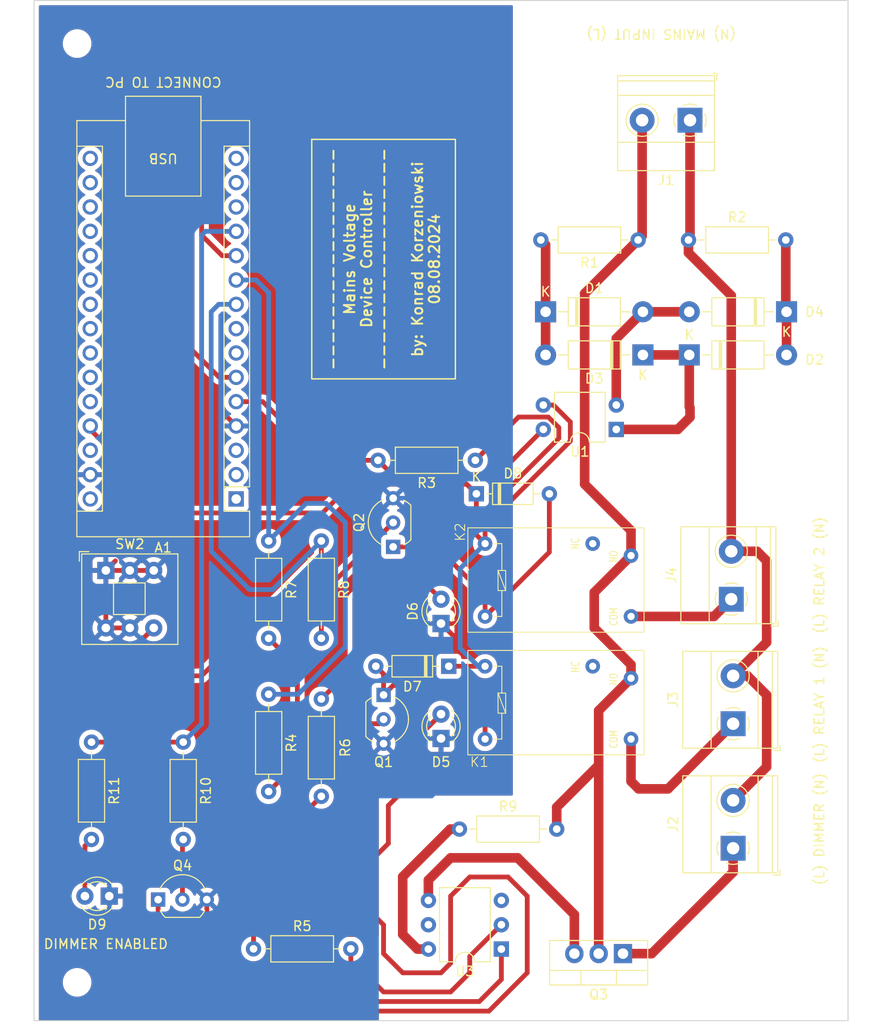
<source format=kicad_pcb>
(kicad_pcb (version 20240108) (generator "pcbnew") (generator_version "8.0")
  (layers (0 "F.Cu" signal) (31 "B.Cu" signal) (34 "B.Paste" user) (35 "F.Paste" user) (36 "B.SilkS" user "B.Silkscreen") (37 "F.SilkS" user "F.Silkscreen") (38 "B.Mask" user) (39 "F.Mask" user) (44 "Edge.Cuts" user))
  (net 0 "")
  (net 1 "RELAY_1")
  (net 7 "DIMM_TRIAC")
  (net 11 "ZCD")
  (net 18 "RELAY_2")
  (net 20 "GND")
  (net 21 "unconnected-(A1-D3-Pad6)")
  (net 23 "DIMMER_EN")
  (net 25 "+5V")
  (net 30 "Net-(D1-K)")
  (net 31 "Net-(D1-A)")
  (net 32 "Net-(D2-K)")
  (net 33 "Net-(D3-K)")
  (net 34 "Net-(D5-A)")
  (net 35 "Net-(D6-A)")
  (net 36 "Net-(D7-A)")
  (net 37 "Net-(D8-A)")
  (net 38 "Net-(D9-A)")
  (net 39 "L1")
  (net 40 "NEUTRAL")
  (net 41 "Net-(J2-Pin_1)")
  (net 42 "Net-(J3-Pin_1)")
  (net 43 "Net-(J4-Pin_1)")
  (net 46 "Net-(Q1-B)")
  (net 47 "Net-(Q2-B)")
  (net 48 "Net-(Q3-G)")
  (net 49 "Net-(Q4-C)")
  (net 50 "Net-(Q4-B)")
  (net 51 "Net-(R5-Pad2)")
  (net 52 "Net-(R9-Pad1)")
  (footprint "Diode_THT:D_DO-41_SOD81_P10.16mm_Horizontal" (layer "F.Cu") (at 237.08 78.5 180)
    (property "Reference" "D3" (at 5.08 -2.47 0) (layer "F.SilkS"))
    (property "Value" "1N4007")
    (fp_text user "K" (at 0 -2.1 0) (layer "F.SilkS"))
    (pad "1" thru_hole rect (at 0 0 180) (size 2.2 2.2) (drill 1.1) (layers "*.Cu" "*.Mask") (net 33 "Net-(D3-K)"))
    (pad "2" thru_hole oval (at 10.16 0 180) (size 2.2 2.2) (drill 1.1) (layers "*.Cu" "*.Mask") (net 30 "Net-(D1-K)"))
  )
  (footprint "Resistor_THT:R_Axial_DIN0207_L6.3mm_D2.5mm_P10.16mm_Horizontal" (layer "F.Cu") (at 189.08 118.92 -90)
    (property "Reference" "R10" (at 5.08 -2.37 90) (layer "F.SilkS"))
    (property "Value" "2.2k")
    (pad "1" thru_hole circle (at 0 0 270) (size 1.6 1.6) (drill 0.8) (layers "*.Cu" "*.Mask") (net 23 "DIMMER_EN"))
    (pad "2" thru_hole oval (at 10.16 0 270) (size 1.6 1.6) (drill 0.8) (layers "*.Cu" "*.Mask") (net 50 "Net-(Q4-B)"))
  )
  (footprint "TerminalBlock_Phoenix:TerminalBlock_Phoenix_MKDS-1,5-2_1x02_P5.00mm_Horizontal" (layer "F.Cu") (at 246.5 117 90)
    (property "Reference" "J3" (at 2.5 -6.26 90) (layer "F.SilkS"))
    (property "Value" "Screw_Terminal_01x02")
    (pad "1" thru_hole rect (at 0 0 90) (size 2.6 2.6) (drill 1.3) (layers "*.Cu" "*.Mask") (net 42 "Net-(J3-Pin_1)"))
    (pad "2" thru_hole circle (at 5 0 90) (size 2.6 2.6) (drill 1.3) (layers "*.Cu" "*.Mask") (net 40 "NEUTRAL"))
  )
  (footprint "Diode_THT:D_DO-41_SOD81_P10.16mm_Horizontal" (layer "F.Cu") (at 226.92 74)
    (property "Reference" "D1" (at 5.08 -2.47 0) (layer "F.SilkS"))
    (property "Value" "1N4007")
    (fp_text user "K" (at 0 -2.1 0) (layer "F.SilkS"))
    (pad "1" thru_hole rect (at 0 0) (size 2.2 2.2) (drill 1.1) (layers "*.Cu" "*.Mask") (net 30 "Net-(D1-K)"))
    (pad "2" thru_hole oval (at 10.16 0) (size 2.2 2.2) (drill 1.1) (layers "*.Cu" "*.Mask") (net 31 "Net-(D1-A)"))
  )
  (footprint "Resistor_THT:R_Axial_DIN0207_L6.3mm_D2.5mm_P10.16mm_Horizontal" (layer "F.Cu") (at 196.42 140.5)
    (property "Reference" "R5" (at 5.08 -2.37 0) (layer "F.SilkS"))
    (property "Value" "220")
    (pad "1" thru_hole circle (at 0 0) (size 1.6 1.6) (drill 0.8) (layers "*.Cu" "*.Mask") (net 7 "DIMM_TRIAC"))
    (pad "2" thru_hole oval (at 10.16 0) (size 1.6 1.6) (drill 0.8) (layers "*.Cu" "*.Mask") (net 51 "Net-(R5-Pad2)"))
  )
  (footprint "Resistor_THT:R_Axial_DIN0207_L6.3mm_D2.5mm_P10.16mm_Horizontal" (layer "F.Cu") (at 236.58 66.5 180)
    (property "Reference" "R1" (at 5.08 -2.37 0) (layer "F.SilkS"))
    (property "Value" "47k")
    (pad "1" thru_hole circle (at 0 0 180) (size 1.6 1.6) (drill 0.8) (layers "*.Cu" "*.Mask") (net 39 "L1"))
    (pad "2" thru_hole oval (at 10.16 0 180) (size 1.6 1.6) (drill 0.8) (layers "*.Cu" "*.Mask") (net 30 "Net-(D1-K)"))
  )
  (footprint "Package_TO_SOT_THT:TO-92_Inline_Wide" (layer "F.Cu") (at 210 114 -90)
    (property "Reference" "Q1" (at 7 0 180) (layer "F.SilkS"))
    (property "Value" "BC546")
    (pad "1" thru_hole rect (at 0 0 270) (size 1.5 1.5) (drill 0.8) (layers "*.Cu" "*.Mask") (net 36 "Net-(D7-A)"))
    (pad "2" thru_hole circle (at 2.54 0 270) (size 1.5 1.5) (drill 0.8) (layers "*.Cu" "*.Mask") (net 46 "Net-(Q1-B)"))
    (pad "3" thru_hole circle (at 5.08 0 270) (size 1.5 1.5) (drill 0.8) (layers "*.Cu" "*.Mask") (net 20 "GND"))
  )
  (footprint "Package_TO_SOT_THT:TO-92_Inline_Wide" (layer "F.Cu") (at 211 98.54 90)
    (property "Reference" "Q2" (at 2.54 -3.56 90) (layer "F.SilkS"))
    (property "Value" "BC546")
    (pad "1" thru_hole rect (at 0 0 90) (size 1.5 1.5) (drill 0.8) (layers "*.Cu" "*.Mask") (net 37 "Net-(D8-A)"))
    (pad "2" thru_hole circle (at 2.54 0 90) (size 1.5 1.5) (drill 0.8) (layers "*.Cu" "*.Mask") (net 47 "Net-(Q2-B)"))
    (pad "3" thru_hole circle (at 5.08 0 90) (size 1.5 1.5) (drill 0.8) (layers "*.Cu" "*.Mask") (net 20 "GND"))
  )
  (footprint "Button_Switch_THT:SW_Push_2P2T_Toggle_CK_PVA2xxH1xxxxxxV2" (layer "F.Cu") (at 181 101)
    (property "Reference" "SW2" (at 2.5 -2.75 0) (layer "F.SilkS"))
    (property "Value" "SW_Push_DPDT")
    (pad "1" thru_hole rect (at 0 0) (size 1.8 1.8) (drill 0.9) (layers "*.Cu" "*.Mask") (net 20 "GND"))
    (pad "2" thru_hole circle (at 2.5 0) (size 1.8 1.8) (drill 0.9) (layers "*.Cu" "*.Mask") (net 20 "GND"))
    (pad "3" thru_hole circle (at 5 0) (size 1.8 1.8) (drill 0.9) (layers "*.Cu" "*.Mask") (net 20 "GND"))
    (pad "4" thru_hole circle (at 0 6) (size 1.8 1.8) (drill 0.9) (layers "*.Cu" "*.Mask") (net 20 "GND"))
    (pad "5" thru_hole circle (at 2.5 6) (size 1.8 1.8) (drill 0.9) (layers "*.Cu" "*.Mask") (net 20 "GND"))
    (pad "6" thru_hole circle (at 5 6) (size 1.8 1.8) (drill 0.9) (layers "*.Cu" "*.Mask") (net 21 "unconnected-(A1-D3-Pad6)"))
  )
  (footprint "MountingHole:MountingHole_2.5mm" (layer "F.Cu") (at 254 144)
    (property "Reference" "REF**" (hide yes))
    (property "Value" "MountingHole_2.5mm")
    (pad "" np_thru_hole circle (at 0 0) (size 2.5 2.5) (drill 2.5) (layers "F&B.Cu" "*.Mask"))
  )
  (footprint "Package_TO_SOT_THT:TO-220-3_Vertical" (layer "F.Cu") (at 235 141 180)
    (property "Reference" "Q3" (at 2.54 -4.27 0) (layer "F.SilkS"))
    (property "Value" "BT136-600")
    (pad "1" thru_hole rect (at 0 0 180) (size 1.905 2) (drill 1.1) (layers "*.Cu" "*.Mask") (net 41 "Net-(J2-Pin_1)"))
    (pad "2" thru_hole oval (at 2.54 0 180) (size 1.905 2) (drill 1.1) (layers "*.Cu" "*.Mask") (net 39 "L1"))
    (pad "3" thru_hole oval (at 5.08 0 180) (size 1.905 2) (drill 1.1) (layers "*.Cu" "*.Mask") (net 48 "Net-(Q3-G)"))
  )
  (footprint "Resistor_THT:R_Axial_DIN0207_L6.3mm_D2.5mm_P10.16mm_Horizontal" (layer "F.Cu") (at 179.5 118.92 -90)
    (property "Reference" "R11" (at 5.08 -2.37 90) (layer "F.SilkS"))
    (property "Value" "330")
    (pad "1" thru_hole circle (at 0 0 270) (size 1.6 1.6) (drill 0.8) (layers "*.Cu" "*.Mask") (net 23 "DIMMER_EN"))
    (pad "2" thru_hole oval (at 10.16 0 270) (size 1.6 1.6) (drill 0.8) (layers "*.Cu" "*.Mask") (net 38 "Net-(D9-A)"))
  )
  (footprint "Resistor_THT:R_Axial_DIN0207_L6.3mm_D2.5mm_P10.16mm_Horizontal" (layer "F.Cu") (at 219.58 89.5 180)
    (property "Reference" "R3" (at 5.08 -2.37 0) (layer "F.SilkS"))
    (property "Value" "10k")
    (pad "1" thru_hole circle (at 0 0 180) (size 1.6 1.6) (drill 0.8) (layers "*.Cu" "*.Mask") (net 25 "+5V"))
    (pad "2" thru_hole oval (at 10.16 0 180) (size 1.6 1.6) (drill 0.8) (layers "*.Cu" "*.Mask") (net 11 "ZCD"))
  )
  (footprint "Diode_THT:D_DO-35_SOD27_P7.62mm_Horizontal" (layer "F.Cu") (at 216.81 111 180)
    (property "Reference" "D7" (at 3.81 -2.12 0) (layer "F.SilkS"))
    (property "Value" "1N4148")
    (pad "1" thru_hole rect (at 0 0 180) (size 1.6 1.6) (drill 0.8) (layers "*.Cu" "*.Mask") (net 25 "+5V"))
    (pad "2" thru_hole oval (at 7.62 0 180) (size 1.6 1.6) (drill 0.8) (layers "*.Cu" "*.Mask") (net 36 "Net-(D7-A)"))
  )
  (footprint "Resistor_THT:R_Axial_DIN0207_L6.3mm_D2.5mm_P10.16mm_Horizontal" (layer "F.Cu") (at 203.5 124.58 90)
    (property "Reference" "R6" (at 5.08 2.5 90) (layer "F.SilkS"))
    (property "Value" "330")
    (pad "1" thru_hole circle (at 0 0 90) (size 1.6 1.6) (drill 0.8) (layers "*.Cu" "*.Mask") (net 18 "RELAY_2"))
    (pad "2" thru_hole oval (at 10.16 0 90) (size 1.6 1.6) (drill 0.8) (layers "*.Cu" "*.Mask") (net 35 "Net-(D6-A)"))
  )
  (footprint "My_Footprints:HF32FA_Type1_FormC" (layer "F.Cu") (at 219.2 119.85 90)
    (property "Reference" "K1" (hide yes))
    (property "Value" "HF32FA")
    (fp_text user "COM" (at 2.25 15.3 90) (layer "F.SilkS") (effects (font (size 0.8 0.6) (thickness 0.1)) (justify right bottom)))
    (fp_text user "NC" (at 9.45 11.3 90) (layer "F.SilkS") (effects (font (size 0.8 0.6) (thickness 0.1)) (justify right bottom)))
    (fp_text user "NO" (at 8.2 15.3 90) (layer "F.SilkS") (effects (font (size 0.8 0.6) (thickness 0.1)) (justify right bottom)))
    (pad "1" thru_hole circle (at 1.25 1.4 90) (size 1.524 1.524) (drill 0.762) (layers "*.Cu" "*.Mask") (net 36 "Net-(D7-A)"))
    (pad "2" thru_hole circle (at 8.85 1.4 90) (size 1.524 1.524) (drill 0.762) (layers "*.Cu" "*.Mask") (net 25 "+5V"))
    (pad "3" thru_hole circle (at 1.25 16.64 90) (size 1.524 1.524) (drill 0.762) (layers "*.Cu" "*.Mask") (net 42 "Net-(J3-Pin_1)"))
    (pad "4" thru_hole circle (at 8.85 12.64 90) (size 1.524 1.524) (drill 0.762) (layers "*.Cu" "*.Mask"))
    (pad "5" thru_hole circle (at 7.6 16.64 90) (size 1.524 1.524) (drill 0.762) (layers "*.Cu" "*.Mask") (net 39 "L1"))
  )
  (footprint "TerminalBlock_Phoenix:TerminalBlock_Phoenix_MKDS-1,5-2_1x02_P5.00mm_Horizontal" (layer "F.Cu") (at 246.305 104 90)
    (property "Reference" "J4" (at 2.5 -6.26 90) (layer "F.SilkS"))
    (property "Value" "Screw_Terminal_01x02")
    (pad "1" thru_hole rect (at 0 0 90) (size 2.6 2.6) (drill 1.3) (layers "*.Cu" "*.Mask") (net 43 "Net-(J4-Pin_1)"))
    (pad "2" thru_hole circle (at 5 0 90) (size 2.6 2.6) (drill 1.3) (layers "*.Cu" "*.Mask") (net 40 "NEUTRAL"))
  )
  (footprint "TerminalBlock_Phoenix:TerminalBlock_Phoenix_MKDS-1,5-2_1x02_P5.00mm_Horizontal" (layer "F.Cu") (at 242 54 180)
    (property "Reference" "J1" (at 2.5 -6.26 0) (layer "F.SilkS"))
    (property "Value" "Screw_Terminal_01x02")
    (pad "1" thru_hole rect (at 0 0 180) (size 2.6 2.6) (drill 1.3) (layers "*.Cu" "*.Mask") (net 40 "NEUTRAL"))
    (pad "2" thru_hole circle (at 5 0 180) (size 2.6 2.6) (drill 1.3) (layers "*.Cu" "*.Mask") (net 39 "L1"))
  )
  (footprint "Diode_THT:D_DO-41_SOD81_P10.16mm_Horizontal" (layer "F.Cu") (at 241.92 78.5)
    (property "Reference" "D4" (at 13.08 -4.5 0) (layer "F.SilkS"))
    (property "Value" "1N4007")
    (fp_text user "K" (at 0 -2.1 0) (layer "F.SilkS"))
    (pad "1" thru_hole rect (at 0 0) (size 2.2 2.2) (drill 1.1) (layers "*.Cu" "*.Mask") (net 33 "Net-(D3-K)"))
    (pad "2" thru_hole oval (at 10.16 0) (size 2.2 2.2) (drill 1.1) (layers "*.Cu" "*.Mask") (net 32 "Net-(D2-K)"))
  )
  (footprint "MountingHole:MountingHole_2.5mm" (layer "F.Cu") (at 178 144)
    (property "Reference" "REF**" (hide yes))
    (property "Value" "MountingHole_2.5mm")
    (pad "" np_thru_hole circle (at 0 0) (size 2.5 2.5) (drill 2.5) (layers "F&B.Cu" "*.Mask"))
  )
  (footprint "MountingHole:MountingHole_2.5mm" (layer "F.Cu") (at 254 46)
    (property "Reference" "REF**" (hide yes))
    (property "Value" "MountingHole_2.5mm")
    (pad "" np_thru_hole circle (at 0 0) (size 2.5 2.5) (drill 2.5) (layers "F&B.Cu" "*.Mask"))
  )
  (footprint "Resistor_THT:R_Axial_DIN0207_L6.3mm_D2.5mm_P10.16mm_Horizontal" (layer "F.Cu") (at 241.84 66.5)
    (property "Reference" "R2" (at 5.08 -2.37 0) (layer "F.SilkS"))
    (property "Value" "47k")
    (pad "1" thru_hole circle (at 0 0) (size 1.6 1.6) (drill 0.8) (layers "*.Cu" "*.Mask") (net 40 "NEUTRAL"))
    (pad "2" thru_hole oval (at 10.16 0) (size 1.6 1.6) (drill 0.8) (layers "*.Cu" "*.Mask") (net 32 "Net-(D2-K)"))
  )
  (footprint "Resistor_THT:R_Axial_DIN0207_L6.3mm_D2.5mm_P10.16mm_Horizontal" (layer "F.Cu") (at 198 97.92 -90)
    (property "Reference" "R7" (at 5.08 -2.37 90) (layer "F.SilkS"))
    (property "Value" "2.2k")
    (pad "1" thru_hole circle (at 0 0 270) (size 1.6 1.6) (drill 0.8) (layers "*.Cu" "*.Mask") (net 1 "RELAY_1"))
    (pad "2" thru_hole oval (at 10.16 0 270) (size 1.6 1.6) (drill 0.8) (layers "*.Cu" "*.Mask") (net 46 "Net-(Q1-B)"))
  )
  (footprint "LED_THT:LED_D3.0mm" (layer "F.Cu") (at 216 106.54 90)
    (property "Reference" "D6" (at 1.27 -2.96 90) (layer "F.SilkS"))
    (property "Value" "LED")
    (pad "1" thru_hole rect (at 0 0 90) (size 1.8 1.8) (drill 0.9) (layers "*.Cu" "*.Mask") (net 20 "GND"))
    (pad "2" thru_hole circle (at 2.54 0 90) (size 1.8 1.8) (drill 0.9) (layers "*.Cu" "*.Mask") (net 35 "Net-(D6-A)"))
  )
  (footprint "TerminalBlock_Phoenix:TerminalBlock_Phoenix_MKDS-1,5-2_1x02_P5.00mm_Horizontal" (layer "F.Cu") (at 246.5 130 90)
    (property "Reference" "J2" (at 2.5 -6.26 90) (layer "F.SilkS"))
    (property "Value" "Screw_Terminal_01x02")
    (pad "1" thru_hole rect (at 0 0 90) (size 2.6 2.6) (drill 1.3) (layers "*.Cu" "*.Mask") (net 41 "Net-(J2-Pin_1)"))
    (pad "2" thru_hole circle (at 5 0 90) (size 2.6 2.6) (drill 1.3) (layers "*.Cu" "*.Mask") (net 40 "NEUTRAL"))
  )
  (footprint "Diode_THT:D_DO-41_SOD81_P10.16mm_Horizontal" (layer "F.Cu") (at 252.08 74 180)
    (property "Reference" "D2" (at -2.92 -5 0) (layer "F.SilkS"))
    (property "Value" "1N4007")
    (fp_text user "K" (at 0 -2.1 0) (layer "F.SilkS"))
    (pad "1" thru_hole rect (at 0 0 180) (size 2.2 2.2) (drill 1.1) (layers "*.Cu" "*.Mask") (net 32 "Net-(D2-K)"))
    (pad "2" thru_hole oval (at 10.16 0 180) (size 2.2 2.2) (drill 1.1) (layers "*.Cu" "*.Mask") (net 31 "Net-(D1-A)"))
  )
  (footprint "My_Footprints:HF32FA_Type1_FormC" (layer "F.Cu") (at 219.2 107.05 90)
    (property "Reference" "K2" (at 10.05 -1.2 90) (layer "F.SilkS") (effects (font (thickness 0.1))))
    (property "Value" "HF32FA")
    (fp_text user "COM" (at 2.25 15.3 90) (layer "F.SilkS") (effects (font (size 0.8 0.6) (thickness 0.1)) (justify right bottom)))
    (fp_text user "NC" (at 9.55 11.3 90) (layer "F.SilkS") (effects (font (size 0.8 0.6) (thickness 0.1)) (justify right bottom)))
    (fp_text user "NO" (at 8.2 15.3 90) (layer "F.SilkS") (effects (font (size 0.8 0.6) (thickness 0.1)) (justify right bottom)))
    (pad "1" thru_hole circle (at 1.25 1.4 90) (size 1.524 1.524) (drill 0.762) (layers "*.Cu" "*.Mask") (net 37 "Net-(D8-A)"))
    (pad "2" thru_hole circle (at 8.85 1.4 90) (size 1.524 1.524) (drill 0.762) (layers "*.Cu" "*.Mask") (net 25 "+5V"))
    (pad "3" thru_hole circle (at 1.25 16.64 90) (size 1.524 1.524) (drill 0.762) (layers "*.Cu" "*.Mask") (net 43 "Net-(J4-Pin_1)"))
    (pad "4" thru_hole circle (at 8.85 12.64 90) (size 1.524 1.524) (drill 0.762) (layers "*.Cu" "*.Mask"))
    (pad "5" thru_hole circle (at 7.6 16.64 90) (size 1.524 1.524) (drill 0.762) (layers "*.Cu" "*.Mask") (net 39 "L1"))
  )
  (footprint "Package_TO_SOT_THT:TO-92_Inline_Wide" (layer "F.Cu") (at 186.46 135.36)
    (property "Reference" "Q4" (at 2.54 -3.56 0) (layer "F.SilkS"))
    (property "Value" "BC546")
    (pad "1" thru_hole rect (at 0 0) (size 1.5 1.5) (drill 0.8) (layers "*.Cu" "*.Mask") (net 49 "Net-(Q4-C)"))
    (pad "2" thru_hole circle (at 2.54 0) (size 1.5 1.5) (drill 0.8) (layers "*.Cu" "*.Mask") (net 50 "Net-(Q4-B)"))
    (pad "3" thru_hole circle (at 5.08 0) (size 1.5 1.5) (drill 0.8) (layers "*.Cu" "*.Mask") (net 20 "GND"))
  )
  (footprint "LED_THT:LED_D3.0mm" (layer "F.Cu") (at 181.355 135 180)
    (property "Reference" "D9" (at 1.27 -2.96 0) (layer "F.SilkS"))
    (property "Value" "LED")
    (pad "1" thru_hole rect (at 0 0 180) (size 1.8 1.8) (drill 0.9) (layers "*.Cu" "*.Mask") (net 20 "GND"))
    (pad "2" thru_hole circle (at 2.54 0 180) (size 1.8 1.8) (drill 0.9) (layers "*.Cu" "*.Mask") (net 38 "Net-(D9-A)"))
  )
  (footprint "MountingHole:MountingHole_2.5mm" (layer "F.Cu") (at 178 46)
    (property "Reference" "REF**" (hide yes))
    (property "Value" "MountingHole_2.5mm")
    (pad "" np_thru_hole circle (at 0 0) (size 2.5 2.5) (drill 2.5) (layers "*.Cu" "*.Mask"))
  )
  (footprint "Resistor_THT:R_Axial_DIN0207_L6.3mm_D2.5mm_P10.16mm_Horizontal" (layer "F.Cu") (at 203.5 97.92 -90)
    (property "Reference" "R8" (at 5.08 -2.37 90) (layer "F.SilkS"))
    (property "Value" "2.2k")
    (pad "1" thru_hole circle (at 0 0 270) (size 1.6 1.6) (drill 0.8) (layers "*.Cu" "*.Mask") (net 18 "RELAY_2"))
    (pad "2" thru_hole oval (at 10.16 0 270) (size 1.6 1.6) (drill 0.8) (layers "*.Cu" "*.Mask") (net 47 "Net-(Q2-B)"))
  )
  (footprint "Package_DIP:DIP-6_W7.62mm" (layer "F.Cu") (at 222.3 140.525 180)
    (property "Reference" "U3" (at 3.81 -2.33 0) (layer "F.SilkS"))
    (property "Value" "MOC3021M")
    (pad "1" thru_hole rect (at 0 0 180) (size 1.6 1.6) (drill 0.8) (layers "*.Cu" "*.Mask") (net 51 "Net-(R5-Pad2)"))
    (pad "2" thru_hole oval (at 0 2.54 180) (size 1.6 1.6) (drill 0.8) (layers "*.Cu" "*.Mask") (net 49 "Net-(Q4-C)"))
    (pad "3" thru_hole oval (at 0 5.08 180) (size 1.6 1.6) (drill 0.8) (layers "*.Cu" "*.Mask"))
    (pad "4" thru_hole oval (at 7.62 5.08 180) (size 1.6 1.6) (drill 0.8) (layers "*.Cu" "*.Mask") (net 48 "Net-(Q3-G)"))
    (pad "5" thru_hole oval (at 7.62 2.54 180) (size 1.6 1.6) (drill 0.8) (layers "*.Cu" "*.Mask"))
    (pad "6" thru_hole oval (at 7.62 0 180) (size 1.6 1.6) (drill 0.8) (layers "*.Cu" "*.Mask") (net 52 "Net-(R9-Pad1)"))
  )
  (footprint "Diode_THT:D_DO-35_SOD27_P7.62mm_Horizontal" (layer "F.Cu") (at 219.69 93)
    (property "Reference" "D8" (at 3.81 -2.12 0) (layer "F.SilkS"))
    (property "Value" "1N4148")
    (fp_text user "K" (at 0 -1.8 0) (layer "F.SilkS"))
    (pad "1" thru_hole rect (at 0 0) (size 1.6 1.6) (drill 0.8) (layers "*.Cu" "*.Mask") (net 25 "+5V"))
    (pad "2" thru_hole oval (at 7.62 0) (size 1.6 1.6) (drill 0.8) (layers "*.Cu" "*.Mask") (net 37 "Net-(D8-A)"))
  )
  (footprint "Module:Arduino_Nano" (layer "F.Cu") (at 194.61 93.54 180)
    (property "Reference" "A1" (at 7.62 -5.08 0) (layer "F.SilkS"))
    (property "Value" "Arduino_Nano_v3.x")
    (fp_text user "USB" (at 7.62 35.56 180) (layer "F.SilkS"))
    (pad "1" thru_hole rect (at 0 0 180) (size 1.6 1.6) (drill 1) (layers "*.Cu" "*.Mask"))
    (pad "2" thru_hole oval (at 0 2.54 180) (size 1.6 1.6) (drill 1) (layers "*.Cu" "*.Mask"))
    (pad "3" thru_hole oval (at 0 5.08 180) (size 1.6 1.6) (drill 1) (layers "*.Cu" "*.Mask"))
    (pad "4" thru_hole oval (at 0 7.62 180) (size 1.6 1.6) (drill 1) (layers "*.Cu" "*.Mask") (net 20 "GND"))
    (pad "5" thru_hole oval (at 0 10.16 180) (size 1.6 1.6) (drill 1) (layers "*.Cu" "*.Mask") (net 11 "ZCD"))
    (pad "6" thru_hole oval (at 0 12.7 180) (size 1.6 1.6) (drill 1) (layers "*.Cu" "*.Mask") (net 21 "unconnected-(A1-D3-Pad6)"))
    (pad "7" thru_hole oval (at 0 15.24 180) (size 1.6 1.6) (drill 1) (layers "*.Cu" "*.Mask"))
    (pad "8" thru_hole oval (at 0 17.78 180) (size 1.6 1.6) (drill 1) (layers "*.Cu" "*.Mask"))
    (pad "9" thru_hole oval (at 0 20.32 180) (size 1.6 1.6) (drill 1) (layers "*.Cu" "*.Mask") (net 18 "RELAY_2"))
    (pad "10" thru_hole oval (at 0 22.86 180) (size 1.6 1.6) (drill 1) (layers "*.Cu" "*.Mask") (net 1 "RELAY_1"))
    (pad "11" thru_hole oval (at 0 25.4 180) (size 1.6 1.6) (drill 1) (layers "*.Cu" "*.Mask") (net 7 "DIMM_TRIAC"))
    (pad "12" thru_hole oval (at 0 27.94 180) (size 1.6 1.6) (drill 1) (layers "*.Cu" "*.Mask") (net 23 "DIMMER_EN"))
    (pad "13" thru_hole oval (at 0 30.48 180) (size 1.6 1.6) (drill 1) (layers "*.Cu" "*.Mask"))
    (pad "14" thru_hole oval (at 0 33.02 180) (size 1.6 1.6) (drill 1) (layers "*.Cu" "*.Mask"))
    (pad "15" thru_hole oval (at 0 35.56 180) (size 1.6 1.6) (drill 1) (layers "*.Cu" "*.Mask"))
    (pad "16" thru_hole oval (at 15.24 35.56 180) (size 1.6 1.6) (drill 1) (layers "*.Cu" "*.Mask"))
    (pad "17" thru_hole oval (at 15.24 33.02 180) (size 1.6 1.6) (drill 1) (layers "*.Cu" "*.Mask"))
    (pad "18" thru_hole oval (at 15.24 30.48 180) (size 1.6 1.6) (drill 1) (layers "*.Cu" "*.Mask"))
    (pad "19" thru_hole oval (at 15.24 27.94 180) (size 1.6 1.6) (drill 1) (layers "*.Cu" "*.Mask"))
    (pad "20" thru_hole oval (at 15.24 25.4 180) (size 1.6 1.6) (drill 1) (layers "*.Cu" "*.Mask"))
    (pad "21" thru_hole oval (at 15.24 22.86 180) (size 1.6 1.6) (drill 1) (layers "*.Cu" "*.Mask"))
    (pad "22" thru_hole oval (at 15.24 20.32 180) (size 1.6 1.6) (drill 1) (layers "*.Cu" "*.Mask"))
    (pad "23" thru_hole oval (at 15.24 17.78 180) (size 1.6 1.6) (drill 1) (layers "*.Cu" "*.Mask"))
    (pad "24" thru_hole oval (at 15.24 15.24 180) (size 1.6 1.6) (drill 1) (layers "*.Cu" "*.Mask"))
    (pad "25" thru_hole oval (at 15.24 12.7 180) (size 1.6 1.6) (drill 1) (layers "*.Cu" "*.Mask"))
    (pad "26" thru_hole oval (at 15.24 10.16 180) (size 1.6 1.6) (drill 1) (layers "*.Cu" "*.Mask"))
    (pad "27" thru_hole oval (at 15.24 7.62 180) (size 1.6 1.6) (drill 1) (layers "*.Cu" "*.Mask") (net 25 "+5V"))
    (pad "28" thru_hole oval (at 15.24 5.08 180) (size 1.6 1.6) (drill 1) (layers "*.Cu" "*.Mask"))
    (pad "29" thru_hole oval (at 15.24 2.54 180) (size 1.6 1.6) (drill 1) (layers "*.Cu" "*.Mask") (net 20 "GND"))
    (pad "30" thru_hole oval (at 15.24 0 180) (size 1.6 1.6) (drill 1) (layers "*.Cu" "*.Mask"))
  )
  (footprint "Resistor_THT:R_Axial_DIN0207_L6.3mm_D2.5mm_P10.16mm_Horizontal" (layer "F.Cu") (at 198 113.92 -90)
    (property "Reference" "R4" (at 5.08 -2.37 90) (layer "F.SilkS"))
    (property "Value" "330")
    (pad "1" thru_hole circle (at 0 0 270) (size 1.6 1.6) (drill 0.8) (layers "*.Cu" "*.Mask") (net 1 "RELAY_1"))
    (pad "2" thru_hole oval (at 10.16 0 270) (size 1.6 1.6) (drill 0.8) (layers "*.Cu" "*.Mask") (net 34 "Net-(D5-A)"))
  )
  (footprint "Resistor_THT:R_Axial_DIN0207_L6.3mm_D2.5mm_P10.16mm_Horizontal" (layer "F.Cu") (at 217.92 128)
    (property "Reference" "R9" (at 5.08 -2.37 0) (layer "F.SilkS"))
    (property "Value" "220")
    (pad "1" thru_hole circle (at 0 0) (size 1.6 1.6) (drill 0.8) (layers "*.Cu" "*.Mask") (net 52 "Net-(R9-Pad1)"))
    (pad "2" thru_hole oval (at 10.16 0) (size 1.6 1.6) (drill 0.8) (layers "*.Cu" "*.Mask") (net 39 "L1"))
  )
  (footprint "Package_DIP:DIP-4_W7.62mm" (layer "F.Cu") (at 234.3 86.275 180)
    (property "Reference" "U1" (at 3.81 -2.33 0) (layer "F.SilkS"))
    (property "Value" "PC817")
    (pad "1" thru_hole rect (at 0 0 180) (size 1.6 1.6) (drill 0.8) (layers "*.Cu" "*.Mask") (net 33 "Net-(D3-K)"))
    (pad "2" thru_hole oval (at 0 2.54 180) (size 1.6 1.6) (drill 0.8) (layers "*.Cu" "*.Mask") (net 31 "Net-(D1-A)"))
    (pad "3" thru_hole oval (at 7.62 2.54 180) (size 1.6 1.6) (drill 0.8) (layers "*.Cu" "*.Mask") (net 20 "GND"))
    (pad "4" thru_hole oval (at 7.62 0 180) (size 1.6 1.6) (drill 0.8) (layers "*.Cu" "*.Mask") (net 11 "ZCD"))
  )
  (footprint "LED_THT:LED_D3.0mm" (layer "F.Cu") (at 216 118.54 90)
    (property "Reference" "D5" (at -2.46 0 180) (layer "F.SilkS"))
    (property "Value" "LED")
    (pad "1" thru_hole rect (at 0 0 90) (size 1.8 1.8) (drill 0.9) (layers "*.Cu" "*.Mask") (net 20 "GND"))
    (pad "2" thru_hole circle (at 2.54 0 90) (size 1.8 1.8) (drill 0.9) (layers "*.Cu" "*.Mask") (net 34 "Net-(D5-A)"))
  )
  (gr_rect (start 202.5 56) (end 217.5 81) (stroke (width 0.15)) (fill none) (layer "F.SilkS"))
  (gr_rect (start 173.5 41.5) (end 258.5 148) (stroke (width 0.1)) (fill none) (layer "Edge.Cuts"))
  (gr_text "DIMMER ENABLED" (at 181 140 0) (layer "F.SilkS") (effects (font (size 1 1))))
  (gr_text "CONNECT TO PC" (at 187 50 180) (layer "F.SilkS") (effects (font (size 1 1))))
  (gr_text "-----------------\nMains Voltage\nDevice Controller\n-----------------\n\nby: Konrad Korzeniowski\n08.08.2024" (at 210 68.5 90) (layer "F.SilkS") (effects (font (size 1.1 1.1) (thickness 0.2) (bold yes))))
  (gr_text "K1" (at 220 121 0) (layer "F.SilkS") (effects (font (size 1 1) (thickness 0.1))))
  (gr_text "(N) MAINS INPUT (L)" (at 239 45 180) (layer "F.SilkS") (effects (font (size 1 1))))
  (gr_text "(L) RELAY 2 (N)" (at 255.5 101.5 90) (layer "F.SilkS") (effects (font (size 1 1))))
  (gr_text "(L) RELAY 1 (N)" (at 255.5 115 90) (layer "F.SilkS") (effects (font (size 1 1))))
  (gr_text "(L) DIMMER (N)" (at 255.5 128 90) (layer "F.SilkS") (effects (font (size 1 1))))
  (segment (start 201.08 113.92) (end 206 109) (width 0.5) (layer "B.Cu") (net 1))
  (segment (start 196.68 70.68) (end 194.24 70.68) (width 0.5) (layer "B.Cu") (net 1))
  (segment (start 198 97.92) (end 198 72) (width 0.5) (layer "B.Cu") (net 1))
  (segment (start 206 109) (end 206 96) (width 0.5) (layer "B.Cu") (net 1))
  (segment (start 201.92 94) (end 198 97.92) (width 0.5) (layer "B.Cu") (net 1))
  (segment (start 204 94) (end 201.92 94) (width 0.5) (layer "B.Cu") (net 1))
  (segment (start 206 96) (end 204 94) (width 0.5) (layer "B.Cu") (net 1))
  (segment (start 198 113.92) (end 201.08 113.92) (width 0.5) (layer "B.Cu") (net 1))
  (segment (start 198 72) (end 196.68 70.68) (width 0.5) (layer "B.Cu") (net 1))
  (segment (start 191 126) (end 196.42 131.42) (width 0.5) (layer "F.Cu") (net 7))
  (segment (start 175 51.5) (end 175 123) (width 0.5) (layer "F.Cu") (net 7))
  (segment (start 196.42 131.42) (end 196.42 140.5) (width 0.5) (layer "F.Cu") (net 7))
  (segment (start 193.14 68.14) (end 191 66) (width 0.5) (layer "F.Cu") (net 7))
  (segment (start 175 123) (end 178 126) (width 0.5) (layer "F.Cu") (net 7))
  (segment (start 176.5 50) (end 175 51.5) (width 0.5) (layer "F.Cu") (net 7))
  (segment (start 178 126) (end 191 126) (width 0.5) (layer "F.Cu") (net 7))
  (segment (start 191 66) (end 191 53) (width 0.5) (layer "F.Cu") (net 7))
  (segment (start 188 50) (end 176.5 50) (width 0.5) (layer "F.Cu") (net 7))
  (segment (start 193.14 68.14) (end 194.61 68.14) (width 0.5) (layer "F.Cu") (net 7))
  (segment (start 191 53) (end 188 50) (width 0.5) (layer "F.Cu") (net 7))
  (segment (start 210.92 91) (end 209.42 89.5) (width 0.5) (layer "F.Cu") (net 11))
  (segment (start 209.42 89.5) (end 203.5 89.5) (width 0.5) (layer "F.Cu") (net 11))
  (segment (start 197.38 83.38) (end 194.61 83.38) (width 0.5) (layer "F.Cu") (net 11))
  (segment (start 203.5 89.5) (end 197.38 83.38) (width 0.5) (layer "F.Cu") (net 11))
  (segment (start 226.68 86.275) (end 221.955 91) (width 0.5) (layer "F.Cu") (net 11))
  (segment (start 221.955 91) (end 210.92 91) (width 0.5) (layer "F.Cu") (net 11))
  (segment (start 202.08 126) (end 196 126) (width 0.5) (layer "F.Cu") (net 18))
  (segment (start 180.847767 123.847767) (end 177 120) (width 0.5) (layer "F.Cu") (net 18))
  (segment (start 191 112) (end 203.5 99.5) (width 0.5) (layer "F.Cu") (net 18))
  (segment (start 203.5 124.58) (end 202.08 126) (width 0.5) (layer "F.Cu") (net 18))
  (segment (start 196 126) (end 193.847767 123.847767) (width 0.5) (layer "F.Cu") (net 18))
  (segment (start 203.5 99.5) (end 203.5 97.92) (width 0.5) (layer "F.Cu") (net 18))
  (segment (start 177 114) (end 179 112) (width 0.5) (layer "F.Cu") (net 18))
  (segment (start 177 120) (end 177 114) (width 0.5) (layer "F.Cu") (net 18))
  (segment (start 179 112) (end 191 112) (width 0.5) (layer "F.Cu") (net 18))
  (segment (start 193.847767 123.847767) (end 180.847767 123.847767) (width 0.5) (layer "F.Cu") (net 18))
  (segment (start 198.42 103) (end 196 103) (width 0.5) (layer "B.Cu") (net 18))
  (segment (start 196 103) (end 192 99) (width 0.5) (layer "B.Cu") (net 18))
  (segment (start 192.78 73.22) (end 194.24 73.22) (width 0.5) (layer "B.Cu") (net 18))
  (segment (start 192 74) (end 192.78 73.22) (width 0.5) (layer "B.Cu") (net 18))
  (segment (start 192 99) (end 192 74) (width 0.5) (layer "B.Cu") (net 18))
  (segment (start 203.5 97.92) (end 198.42 103) (width 0.5) (layer "B.Cu") (net 18))
  (segment (start 214.46 93.46) (end 211 93.46) (width 0.5) (layer "F.Cu") (net 20))
  (segment (start 217.46 108) (end 221 108) (width 0.5) (layer "F.Cu") (net 20))
  (segment (start 188 79.31) (end 188 56) (width 0.5) (layer "F.Cu") (net 20))
  (segment (start 214 114) (end 217 114) (width 0.5) (layer "F.Cu") (net 20))
  (segment (start 225 135) (end 225 143) (width 0.5) (layer "F.Cu") (net 20))
  (segment (start 177 56) (end 177 90) (width 0.5) (layer "F.Cu") (net 20))
  (segment (start 213 116.08) (end 213 115) (width 0.5) (layer "F.Cu") (net 20))
  (segment (start 212 143) (end 216 143) (width 0.5) (layer "F.Cu") (net 20))
  (segment (start 217 96) (end 214.46 93.46) (width 0.5) (layer "F.Cu") (net 20))
  (segment (start 222 100) (end 219 100) (width 0.5) (layer "F.Cu") (net 20))
  (segment (start 207 133) (end 207 135) (width 0.5) (layer "F.Cu") (net 20))
  (segment (start 213 115) (end 214 114) (width 0.5) (layer "F.Cu") (net 20))
  (segment (start 219 133) (end 223 133) (width 0.5) (layer "F.Cu") (net 20))
  (segment (start 217.46 118.54) (end 216 118.54) (width 0.5) (layer "F.Cu") (net 20))
  (segment (start 179 54) (end 177 56) (width 0.5) (layer "F.Cu") (net 20))
  (segment (start 217 135) (end 219 133) (width 0.5) (layer "F.Cu") (net 20))
  (segment (start 223 133) (end 225 135) (width 0.5) (layer "F.Cu") (net 20))
  (segment (start 229.5 85.5) (end 229.5 87.5) (width 0.5) (layer "F.Cu") (net 20))
  (segment (start 229.5 87.5) (end 223 94) (width 0.5) (layer "F.Cu") (net 20))
  (segment (start 211.5 124.5) (end 216 120) (width 0.5) (layer "F.Cu") (net 20))
  (segment (start 221 147) (end 187.355 147) (width 0.5) (layer "F.Cu") (net 20))
  (segment (start 223 110) (end 223 119) (width 0.5) (layer "F.Cu") (net 20))
  (segment (start 188 56) (end 186 54) (width 0.5) (layer "F.Cu") (net 20))
  (segment (start 192.76 143) (end 197 143) (width 0.5) (layer "F.Cu") (net 20))
  (segment (start 210 141) (end 212 143) (width 0.5) (layer "F.Cu") (net 20))
  (segment (start 207 133) (end 210.5 129.5) (width 0.5) (layer "F.Cu") (net 20))
  (segment (start 207 135) (end 210 138) (width 0.5) (layer "F.Cu") (net 20))
  (segment (start 218 122.5) (end 216 120.5) (width 0.5) (layer "F.Cu") (net 20))
  (segment (start 183.5 107) (end 181 107) (width 0.5) (layer "F.Cu") (net 20))
  (segment (start 227.735 83.735) (end 229.5 85.5) (width 0.5) (layer "F.Cu") (net 20))
  (segment (start 210.5 125.54) (end 211.5 124.54) (width 0.5) (layer "F.Cu") (net 20))
  (segment (start 210 138) (end 210 141) (width 0.5) (layer "F.Cu") (net 20))
  (segment (start 219.5 122.5) (end 218 122.5) (width 0.5) (layer "F.Cu") (net 20))
  (segment (start 181 101) (end 182 100) (width 0.5) (layer "F.Cu") (net 20))
  (segment (start 211.5 124.54) (end 211.5 124.5) (width 0.5) (layer "F.Cu") (net 20))
  (segment (start 225 143) (end 221 147) (width 0.5) (layer "F.Cu") (net 20))
  (segment (start 192.76 143) (end 191.54 141.78) (width 0.5) (layer "F.Cu") (net 20))
  (segment (start 223 94) (end 223 99) (width 0.5) (layer "F.Cu") (net 20))
  (segment (start 216 120) (end 216 118.54) (width 0.5) (layer "F.Cu") (net 20))
  (segment (start 194.61 85.92) (end 188 79.31) (width 0.5) (layer "F.Cu") (net 20))
  (segment (start 210.5 129.5) (end 210.5 125.54) (width 0.5) (layer "F.Cu") (net 20))
  (segment (start 197 143) (end 207 133) (width 0.5) (layer "F.Cu") (net 20))
  (segment (start 217 98) (end 217 96) (width 0.5) (layer "F.Cu") (net 20))
  (segment (start 186 54) (end 179 54) (width 0.5) (layer "F.Cu") (net 20))
  (segment (start 183.5 101) (end 181 101) (width 0.5) (layer "F.Cu") (net 20))
  (segment (start 186 101) (end 183.5 101) (width 0.5) (layer "F.Cu") (net 20))
  (segment (start 217 142) (end 217 135) (width 0.5) (layer "F.Cu") (net 20))
  (segment (start 181.355 141) (end 181.355 135) (width 0.5) (layer "F.Cu") (net 20))
  (segment (start 177 90) (end 178 91) (width 0.5) (layer "F.Cu") (net 20))
  (segment (start 218.5 115.5) (end 218.5 117.5) (width 0.5) (layer "F.Cu") (net 20))
  (segment (start 181 101) (end 181 107) (width 0.5) (layer "F.Cu") (net 20))
  (segment (start 226.68 83.735) (end 227.735 83.735) (width 0.5) (layer "F.Cu") (net 20))
  (segment (start 216 106.54) (end 217.46 108) (width 0.5) (layer "F.Cu") (net 20))
  (segment (start 187.355 147) (end 181.355 141) (width 0.5) (layer "F.Cu") (net 20))
  (segment (start 223 99) (end 222 100) (width 0.5) (layer "F.Cu") (net 20))
  (segment (start 216 143) (end 217 142) (width 0.5) (layer "F.Cu") (net 20))
  (segment (start 210 119.08) (end 213 116.08) (width 0.5) (layer "F.Cu") (net 20))
  (segment (start 219 100) (end 217 98) (width 0.5) (layer "F.Cu") (net 20))
  (segment (start 178 91) (end 179.37 91) (width 0.5) (layer "F.Cu") (net 20))
  (segment (start 221 108) (end 223 110) (width 0.5) (layer "F.Cu") (net 20))
  (segment (start 223 119) (end 219.5 122.5) (width 0.5) (layer "F.Cu") (net 20))
  (segment (start 218.5 117.5) (end 217.46 118.54) (width 0.5) (layer "F.Cu") (net 20))
  (segment (start 217 114) (end 218.5 115.5) (width 0.5) (layer "F.Cu") (net 20))
  (segment (start 191.54 141.78) (end 191.54 135.36) (width 0.5) (layer "F.Cu") (net 20))
  (segment (start 212 104) (end 212 105) (width 0.5) (layer "B.Cu") (net 20))
  (segment (start 212 105) (end 207 110) (width 0.5) (layer "B.Cu") (net 20))
  (segment (start 208 114.96) (end 208 123) (width 0.5) (layer "B.Cu") (net 20))
  (segment (start 213.46 93.46) (end 216 96) (width 0.5) (layer "B.Cu") (net 20))
  (segment (start 211 93.46) (end 213.46 93.46) (width 0.5) (layer "B.Cu") (net 20))
  (segment (start 216 123.54) (end 216 118.54) (width 0.5) (layer "B.Cu") (net 20))
  (segment (start 215 124.54) (end 216 123.54) (width 0.5) (layer "B.Cu") (net 20))
  (segment (start 216 100) (end 212 104) (width 0.5) (layer "B.Cu") (net 20))
  (segment (start 208 123) (end 209.54 124.54) (width 0.5) (layer "B.Cu") (net 20))
  (segment (start 216 96) (end 216 100) (width 0.5) (layer "B.Cu") (net 20))
  (segment (start 209.54 124.54) (end 215 124.54) (width 0.5) (layer "B.Cu") (net 20))
  (segment (start 207 113.96) (end 208 114.96) (width 0.5) (layer "B.Cu") (net 20))
  (segment (start 207 110) (end 207 113.96) (width 0.5) (layer "B.Cu") (net 20))
  (segment (start 183 110) (end 180 110) (width 0.5) (layer "F.Cu") (net 21))
  (segment (start 176 106) (end 176 52) (width 0.5) (layer "F.Cu") (net 21))
  (segment (start 176 52) (end 177 51) (width 0.5) (layer "F.Cu") (net 21))
  (segment (start 186 107) (end 183 110) (width 0.5) (layer "F.Cu") (net 21))
  (segment (start 187 51) (end 190 54) (width 0.5) (layer "F.Cu") (net 21))
  (segment (start 192.84 80.84) (end 194.24 80.84) (width 0.5) (layer "F.Cu") (net 21))
  (segment (start 180 110) (end 176 106) (width 0.5) (layer "F.Cu") (net 21))
  (segment (start 190 78) (end 192.84 80.84) (width 0.5) (layer "F.Cu") (net 21))
  (segment (start 177 51) (end 187 51) (width 0.5) (layer "F.Cu") (net 21))
  (segment (start 190 54) (end 190 78) (width 0.5) (layer "F.Cu") (net 21))
  (segment (start 179.5 118.92) (end 189.08 118.92) (width 0.5) (layer "F.Cu") (net 23))
  (segment (start 191.4 65.6) (end 191 66) (width 0.5) (layer "B.Cu") (net 23))
  (segment (start 191 117) (end 191 66) (width 0.5) (layer "B.Cu") (net 23))
  (segment (start 194.24 65.6) (end 191.4 65.6) (width 0.5) (layer "B.Cu") (net 23))
  (segment (start 189.08 118.92) (end 191 117) (width 0.5) (layer "B.Cu") (net 23))
  (segment (start 179 85.92) (end 188.08 95) (width 0.5) (layer "F.Cu") (net 25))
  (segment (start 203.610051 95) (end 206.610051 92) (width 0.5) (layer "F.Cu") (net 25))
  (segment (start 219.69 97.29) (end 220.6 98.2) (width 0.5) (layer "F.Cu") (net 25))
  (segment (start 220.6 94.9) (end 228.3 87.2) (width 0.5) (layer "F.Cu") (net 25))
  (segment (start 216.81 111) (end 220.6 111) (width 0.5) (layer "F.Cu") (net 25))
  (segment (start 227.197767 84.985) (end 224.095 84.985) (width 0.5) (layer "F.Cu") (net 25))
  (segment (start 220.6 98.2) (end 220.6 94.9) (width 0.5) (layer "F.Cu") (net 25))
  (segment (start 224.095 84.985) (end 219.58 89.5) (width 0.5) (layer "F.Cu") (net 25))
  (segment (start 188.08 95) (end 203.610051 95) (width 0.5) (layer "F.Cu") (net 25))
  (segment (start 228.3 86.087233) (end 227.197767 84.985) (width 0.5) (layer "F.Cu") (net 25))
  (segment (start 206.610051 92) (end 218.69 92) (width 0.5) (layer "F.Cu") (net 25))
  (segment (start 219.69 93) (end 219.69 97.29) (width 0.5) (layer "F.Cu") (net 25))
  (segment (start 228.3 87.2) (end 228.3 86.087233) (width 0.5) (layer "F.Cu") (net 25))
  (segment (start 218.69 92) (end 219.69 93) (width 0.5) (layer "F.Cu") (net 25))
  (segment (start 218 109.12) (end 218 100.8) (width 0.5) (layer "B.Cu") (net 25))
  (segment (start 220.38 111.5) (end 218 109.12) (width 0.5) (layer "B.Cu") (net 25))
  (segment (start 218 100.8) (end 220.6 98.2) (width 0.5) (layer "B.Cu") (net 25))
  (segment (start 226.92 74) (end 226.92 67) (width 1) (layer "F.Cu") (net 30))
  (segment (start 226.92 78.5) (end 226.92 74) (width 1) (layer "F.Cu") (net 30))
  (segment (start 226.92 67) (end 226.42 66.5) (width 0.5) (layer "F.Cu") (net 30))
  (segment (start 234.3 76.78) (end 237.08 74) (width 1) (layer "F.Cu") (net 31))
  (segment (start 234.3 83.735) (end 234.3 76.78) (width 1) (layer "F.Cu") (net 31))
  (segment (start 241.92 74) (end 237.08 74) (width 1) (layer "F.Cu") (net 31))
  (segment (start 252 66.5) (end 252 73.92) (width 1) (layer "F.Cu") (net 32))
  (segment (start 252 73.92) (end 252.08 74) (width 0.5) (layer "F.Cu") (net 32))
  (segment (start 252.08 74) (end 252.08 78.5) (width 1) (layer "F.Cu") (net 32))
  (segment (start 242 85) (end 242 84) (width 1) (layer "F.Cu") (net 33))
  (segment (start 241.92 83.92) (end 241.92 78.5) (width 1) (layer "F.Cu") (net 33))
  (segment (start 240.725 86.275) (end 242 85) (width 1) (layer "F.Cu") (net 33))
  (segment (start 242 84) (end 241.92 83.92) (width 0.5) (layer "F.Cu") (net 33))
  (segment (start 241.92 78.5) (end 237.08 78.5) (width 1) (layer "F.Cu") (net 33))
  (segment (start 234.3 86.275) (end 240.725 86.275) (width 1) (layer "F.Cu") (net 33))
  (segment (start 211 122) (end 212 121) (width 0.5) (layer "F.Cu") (net 34))
  (segment (start 200.08 122) (end 211 122) (width 0.5) (layer "F.Cu") (net 34))
  (segment (start 198 124.08) (end 200.08 122) (width 0.5) (layer "F.Cu") (net 34))
  (segment (start 212 121) (end 212 120) (width 0.5) (layer "F.Cu") (net 34))
  (segment (start 212 120) (end 216 116) (width 0.5) (layer "F.Cu") (net 34))
  (segment (start 203.5 114.42) (end 207 110.92) (width 0.5) (layer "F.Cu") (net 35))
  (segment (start 207 104) (end 208.04 102.96) (width 0.5) (layer "F.Cu") (net 35))
  (segment (start 207 110.92) (end 207 104) (width 0.5) (layer "F.Cu") (net 35))
  (segment (start 208.04 102.96) (end 214.96 102.96) (width 0.5) (layer "F.Cu") (net 35))
  (segment (start 214.96 102.96) (end 216 104) (width 0.5) (layer "F.Cu") (net 35))
  (segment (start 210 111.81) (end 209.19 111) (width 0.5) (layer "F.Cu") (net 36))
  (segment (start 218 113) (end 211 113) (width 0.5) (layer "F.Cu") (net 36))
  (segment (start 220.6 115.6) (end 218 113) (width 0.5) (layer "F.Cu") (net 36))
  (segment (start 220.6 118.6) (end 220.6 115.6) (width 0.5) (layer "F.Cu") (net 36))
  (segment (start 210 114) (end 210 111.81) (width 0.5) (layer "F.Cu") (net 36))
  (segment (start 211 113) (end 210 114) (width 0.5) (layer "F.Cu") (net 36))
  (segment (start 227.31 99.09) (end 220.6 105.8) (width 0.5) (layer "F.Cu") (net 37))
  (segment (start 220.6 105.8) (end 220.6 103.6) (width 0.5) (layer "F.Cu") (net 37))
  (segment (start 215.54 98.54) (end 211 98.54) (width 0.5) (layer "F.Cu") (net 37))
  (segment (start 227.31 93) (end 227.31 99.09) (width 0.5) (layer "F.Cu") (net 37))
  (segment (start 220.6 103.6) (end 215.54 98.54) (width 0.5) (layer "F.Cu") (net 37))
  (segment (start 178.815 135) (end 178.815 129.765) (width 0.5) (layer "F.Cu") (net 38))
  (segment (start 178.815 129.765) (end 179.5 129.08) (width 0.5) (layer "F.Cu") (net 38))
  (segment (start 228.08 125.71) (end 232.46 121.33) (width 1) (layer "F.Cu") (net 39))
  (segment (start 235.84 99.45) (end 232 103.29) (width 1) (layer "F.Cu") (net 39))
  (segment (start 232.46 121.33) (end 232.46 115.63) (width 1) (layer "F.Cu") (net 39))
  (segment (start 231 72.08) (end 236.58 66.5) (width 1) (layer "F.Cu") (net 39))
  (segment (start 235.84 99.45) (end 235.84 96.84) (width 1) (layer "F.Cu") (net 39))
  (segment (start 232 103.29) (end 232 107) (width 1) (layer "F.Cu") (net 39))
  (segment (start 235.84 96.84) (end 231 92) (width 1) (layer "F.Cu") (net 39))
  (segment (start 232.46 115.63) (end 235.84 112.25) (width 1) (layer "F.Cu") (net 39))
  (segment (start 235.84 110.84) (end 235.84 112.25) (width 1) (layer "F.Cu") (net 39))
  (segment (start 231 92) (end 231 72.08) (width 1) (layer "F.Cu") (net 39))
  (segment (start 228.08 128) (end 228.08 125.71) (width 1) (layer "F.Cu") (net 39))
  (segment (start 232 107) (end 235.84 110.84) (width 1) (layer "F.Cu") (net 39))
  (segment (start 237 54) (end 237 66.08) (width 1) (layer "F.Cu") (net 39))
  (segment (start 232.46 141) (end 232.46 121.33) (width 1) (layer "F.Cu") (net 39))
  (segment (start 237 66.08) (end 236.58 66.5) (width 0.5) (layer "F.Cu") (net 39))
  (segment (start 241.84 66.5) (end 242 66.34) (width 1) (layer "F.Cu") (net 40))
  (segment (start 242 66.34) (end 242 54) (width 1) (layer "F.Cu") (net 40))
  (segment (start 241.84 66.5) (end 241.84 67.84) (width 1) (layer "F.Cu") (net 40))
  (segment (start 248 112) (end 246.5 112) (width 1) (layer "F.Cu") (net 40))
  (segment (start 246.5 112) (end 250 108.5) (width 1) (layer "F.Cu") (net 40))
  (segment (start 246.305 99) (end 249 99) (width 1) (layer "F.Cu") (net 40))
  (segment (start 249 99) (end 250 100) (width 1) (layer "F.Cu") (net 40))
  (segment (start 250 108.5) (end 250 100) (width 1) (layer "F.Cu") (net 40))
  (segment (start 246.305 99) (end 246.305 72.305) (width 1) (layer "F.Cu") (net 40))
  (segment (start 241.84 67.84) (end 245.5 71.5) (width 1) (layer "F.Cu") (net 40))
  (segment (start 250 121.5) (end 250 114) (width 1) (layer "F.Cu") (net 40))
  (segment (start 250 114) (end 248 112) (width 1) (layer "F.Cu") (net 40))
  (segment (start 246.5 125) (end 250 121.5) (width 1) (layer "F.Cu") (net 40))
  (segment (start 246.305 72.305) (end 245.5 71.5) (width 1) (layer "F.Cu") (net 40))
  (segment (start 235 141) (end 238 141) (width 1) (layer "F.Cu") (net 41))
  (segment (start 246.5 132.5) (end 246.5 130) (width 1) (layer "F.Cu") (net 41))
  (segment (start 238 141) (end 246.5 132.5) (width 1) (layer "F.Cu") (net 41))
  (segment (start 235.84 123.012944) (end 236.627056 123.8) (width 1) (layer "F.Cu") (net 42))
  (segment (start 236.627056 123.8) (end 239.7 123.8) (width 1) (layer "F.Cu") (net 42))
  (segment (start 235.84 118.6) (end 235.84 123.012944) (width 1) (layer "F.Cu") (net 42))
  (segment (start 247 118) (end 246.5 117.5) (width 0.5) (layer "F.Cu") (net 42))
  (segment (start 239.7 123.8) (end 246.5 117) (width 1) (layer "F.Cu") (net 42))
  (segment (start 235.84 105.8) (end 244.505 105.8) (width 1) (layer "F.Cu") (net 43))
  (segment (start 244.505 105.8) (end 246.305 104) (width 1) (layer "F.Cu") (net 43))
  (segment (start 201 116) (end 202 117) (width 0.5) (layer "F.Cu") (net 46))
  (segment (start 198 108.08) (end 201 111.08) (width 0.5) (layer "F.Cu") (net 46))
  (segment (start 202 117) (end 209.54 117) (width 0.5) (layer "F.Cu") (net 46))
  (segment (start 209.54 117) (end 210 116.54) (width 0.5) (layer "F.Cu") (net 46))
  (segment (start 201 111.08) (end 201 116) (width 0.5) (layer "F.Cu") (net 46))
  (segment (start 203.5 103.5) (end 203.5 108.08) (width 0.5) (layer "F.Cu") (net 47))
  (segment (start 211 96) (end 203.5 103.5) (width 0.5) (layer "F.Cu") (net 47))
  (segment (start 224 131) (end 217 131) (width 1) (layer "F.Cu") (net 48))
  (segment (start 214.68 133.32) (end 214.68 135.445) (width 1) (layer "F.Cu") (net 48))
  (segment (start 229.92 141) (end 229.92 136.92) (width 1) (layer "F.Cu") (net 48))
  (segment (start 217 131) (end 214.68 133.32) (width 1) (layer "F.Cu") (net 48))
  (segment (start 229.92 136.92) (end 224 131) (width 1) (layer "F.Cu") (net 48))
  (segment (start 208 139) (end 209 140) (width 0.5) (layer "F.Cu") (net 49))
  (segment (start 199 145) (end 205 139) (width 0.5) (layer "F.Cu") (net 49))
  (segment (start 219 141.285) (end 222.3 137.985) (width 0.5) (layer "F.Cu") (net 49))
  (segment (start 209 144) (end 210 145) (width 0.5) (layer "F.Cu") (net 49))
  (segment (start 189 145) (end 186.46 142.46) (width 0.5) (layer "F.Cu") (net 49))
  (segment (start 189 145) (end 199 145) (width 0.5) (layer "F.Cu") (net 49))
  (segment (start 217 145) (end 219 143) (width 0.5) (layer "F.Cu") (net 49))
  (segment (start 209 140) (end 209 144) (width 0.5) (layer "F.Cu") (net 49))
  (segment (start 210 145) (end 217 145) (width 0.5) (layer "F.Cu") (net 49))
  (segment (start 219 143) (end 219 141.285) (width 0.5) (layer "F.Cu") (net 49))
  (segment (start 186.46 142.46) (end 186.46 135.36) (width 0.5) (layer "F.Cu") (net 49))
  (segment (start 205 139) (end 208 139) (width 0.5) (layer "F.Cu") (net 49))
  (segment (start 189 135.36) (end 189 129.16) (width 0.5) (layer "F.Cu") (net 50))
  (segment (start 189 129.16) (end 189.08 129.08) (width 0.5) (layer "F.Cu") (net 50))
  (segment (start 209 146) (end 220 146) (width 0.5) (layer "F.Cu") (net 51))
  (segment (start 206.58 143.58) (end 209 146) (width 0.5) (layer "F.Cu") (net 51))
  (segment (start 206.58 140.5) (end 206.58 143.58) (width 0.5) (layer "F.Cu") (net 51))
  (segment (start 220 146) (end 222.3 143.7) (width 0.5) (layer "F.Cu") (net 51))
  (segment (start 222.3 143.7) (end 222.3 140.525) (width 0.5) (layer "F.Cu") (net 51))
  (segment (start 212 139) (end 212 132.96) (width 1) (layer "F.Cu") (net 52))
  (segment (start 214.68 140.525) (end 213.525 140.525) (width 1) (layer "F.Cu") (net 52))
  (segment (start 213.525 140.525) (end 212 139) (width 1) (layer "F.Cu") (net 52))
  (segment (start 216.96 128) (end 217.92 128) (width 1) (layer "F.Cu") (net 52))
  (segment (start 212 132.96) (end 216.96 128) (width 1) (layer "F.Cu") (net 52))
  (zone (net 20) (net_name "GND") (layer "F.Cu") (name "GND") (connect_pads (clearance 0.5)) (min_thickness 0.25) (fill yes (thermal_gap 0.5) (thermal_bridge_width 0.5))
    (polygon (pts (xy 174 42) (xy 258 42) (xy 258 148) (xy 174 148)))
  )
  (zone (net 0) (net_name "") (layers "F&B.Cu") (name "NoGND") (connect_pads (clearance 0)) (min_thickness 0.25)
    (keepout (tracks allowed) (vias allowed) (pads allowed) (copperpour not_allowed) (footprints allowed))
    (fill (thermal_gap 0.5) (thermal_bridge_width 0.5))
    (polygon (pts (xy 258 42) (xy 258 148) (xy 209.5 148) (xy 209.5 124.5) (xy 223.5 124.5) (xy 223.5 42)))
  )
  (zone (net 20) (net_name "GND") (layer "B.Cu") (name "GND") (priority 1) (connect_pads (clearance 0.5)) (min_thickness 0.25) (fill yes (thermal_gap 0.5) (thermal_bridge_width 0.5))
    (polygon (pts (xy 174 42) (xy 258 42) (xy 258 148) (xy 174 148)))
  )
)
</source>
